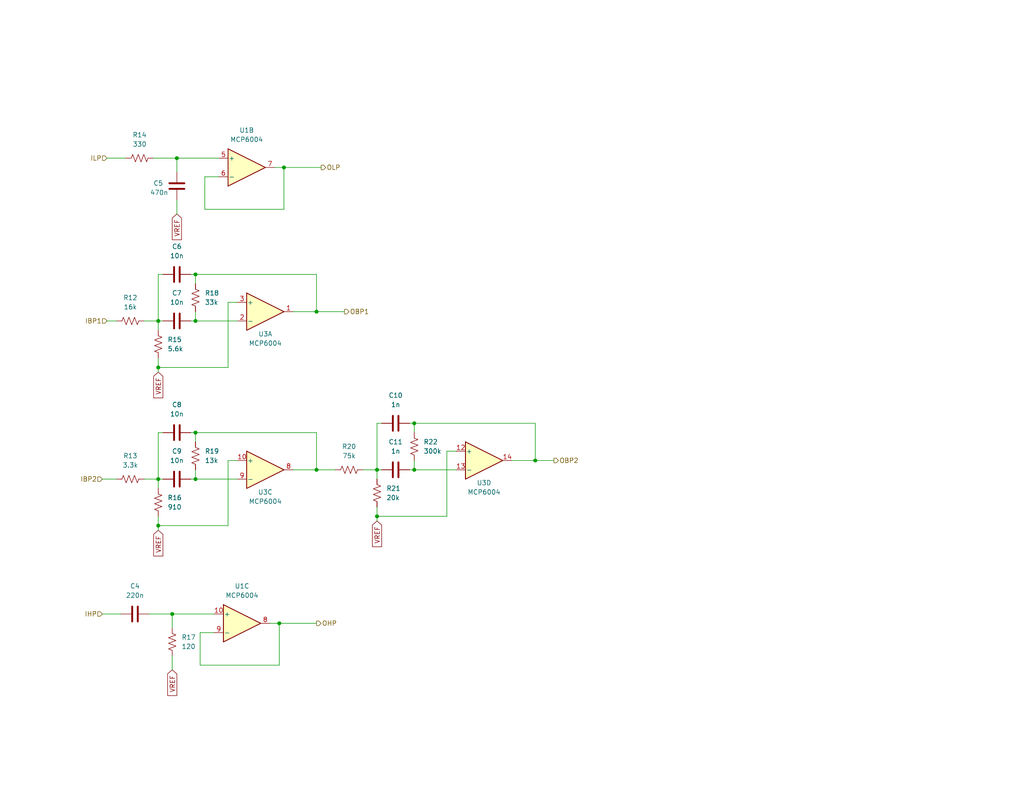
<source format=kicad_sch>
(kicad_sch (version 20250114) (generator "eeschema") (generator_version "9.0")
  (paper "USLetter")
  (title_block (title "EL223FP4L1") (date "2025-05-08") (rev "1") (company "Boles & Walker") (comment 1 "LP, BP1, BP2, HP Filters"))
  (lib_symbols
    (symbol "Amplifier_Operational:MCP6004" (pin_names (offset 0.127))
      (property "Reference" "U" (at 0 5.08 0))
      (property "Value" "MCP6004" (at 0 -5.08 0))
      (symbol "MCP6004_1_1"
        (polyline (pts (xy -5.08 5.08) (xy 5.08 0) (xy -5.08 -5.08) (xy -5.08 5.08)) (stroke (width 0.254)) (fill (type background)))
        (pin input line (at -7.62 2.54 0) (length 2.54) (name "+") (number "3"))
        (pin input line (at -7.62 -2.54 0) (length 2.54) (name "-") (number "2"))
        (pin output line (at 7.62 0 180) (length 2.54) (name "~") (number "1"))
      )
      (symbol "MCP6004_2_1"
        (polyline (pts (xy -5.08 5.08) (xy 5.08 0) (xy -5.08 -5.08) (xy -5.08 5.08)) (stroke (width 0.254)) (fill (type background)))
        (pin input line (at -7.62 2.54 0) (length 2.54) (name "+") (number "5"))
        (pin input line (at -7.62 -2.54 0) (length 2.54) (name "-") (number "6"))
        (pin output line (at 7.62 0 180) (length 2.54) (name "~") (number "7"))
      )
      (symbol "MCP6004_3_1"
        (polyline (pts (xy -5.08 5.08) (xy 5.08 0) (xy -5.08 -5.08) (xy -5.08 5.08)) (stroke (width 0.254)) (fill (type background)))
        (pin input line (at -7.62 2.54 0) (length 2.54) (name "+") (number "10"))
        (pin input line (at -7.62 -2.54 0) (length 2.54) (name "-") (number "9"))
        (pin output line (at 7.62 0 180) (length 2.54) (name "~") (number "8"))
      )
      (symbol "MCP6004_4_1"
        (polyline (pts (xy -5.08 5.08) (xy 5.08 0) (xy -5.08 -5.08) (xy -5.08 5.08)) (stroke (width 0.254)) (fill (type background)))
        (pin input line (at -7.62 2.54 0) (length 2.54) (name "+") (number "12"))
        (pin input line (at -7.62 -2.54 0) (length 2.54) (name "-") (number "13"))
        (pin output line (at 7.62 0 180) (length 2.54) (name "~") (number "14"))
      )
      (symbol "MCP6004_5_1"
        (pin power_in line (at -2.54 7.62 270) (length 3.81) (name "V+") (number "4"))
        (pin power_in line (at -2.54 -7.62 90) (length 3.81) (name "V-") (number "11"))
      )
    )
    (symbol "Device:C" (pin_numbers (hide yes)) (pin_names (offset 0.254))
      (property "Reference" "C" (at 0.635 2.54 0))
      (property "Value" "C" (at 0.635 -2.54 0))
      (symbol "C_0_1"
        (polyline (pts (xy -2.032 0.762) (xy 2.032 0.762)) (stroke (width 0.508)))
        (polyline (pts (xy -2.032 -0.762) (xy 2.032 -0.762)) (stroke (width 0.508)))
      )
      (symbol "C_1_1"
        (pin passive line (at 0 3.81 270) (length 2.794) (name "~") (number "1"))
        (pin passive line (at 0 -3.81 90) (length 2.794) (name "~") (number "2"))
      )
    )
    (symbol "Device:R_US" (pin_numbers (hide yes)) (pin_names (offset 0))
      (property "Reference" "R" (at 2.54 0 90))
      (property "Value" "R_US" (at -2.54 0 90))
      (symbol "R_US_0_1"
        (polyline (pts (xy 0 2.286) (xy 0 2.54)))
        (polyline (pts (xy 0 2.286) (xy 1.016 1.905) (xy 0 1.524) (xy -1.016 1.143) (xy 0 0.762)))
        (polyline (pts (xy 0 0.762) (xy 1.016 0.381) (xy 0 0) (xy -1.016 -0.381) (xy 0 -0.762)))
        (polyline (pts (xy 0 -0.762) (xy 1.016 -1.143) (xy 0 -1.524) (xy -1.016 -1.905) (xy 0 -2.286)))
        (polyline (pts (xy 0 -2.286) (xy 0 -2.54)))
      )
      (symbol "R_US_1_1"
        (pin passive line (at 0 3.81 270) (length 1.27) (name "~") (number "1"))
        (pin passive line (at 0 -3.81 90) (length 1.27) (name "~") (number "2"))
      )
    )
  )
  (junction (at 102.87 140.97))
  (junction (at 53.34 74.93))
  (junction (at 146.05 125.73))
  (junction (at 86.36 128.27))
  (junction (at 53.34 130.81))
  (junction (at 43.18 130.81))
  (junction (at 113.03 115.57))
  (junction (at 53.34 118.11))
  (junction (at 53.34 87.63))
  (junction (at 102.87 128.27))
  (junction (at 113.03 128.27))
  (junction (at 48.26 43.18))
  (junction (at 46.99 167.64))
  (junction (at 76.2 170.18))
  (junction (at 43.18 100.33))
  (junction (at 43.18 87.63))
  (junction (at 77.47 45.72))
  (junction (at 86.36 85.09))
  (junction (at 43.18 143.51))
  (wire (pts (xy 86.36 128.27) (xy 91.44 128.27)))
  (wire (pts (xy 102.87 128.27) (xy 104.14 128.27)))
  (wire (pts (xy 53.34 120.65) (xy 53.34 118.11)))
  (wire (pts (xy 146.05 125.73) (xy 151.13 125.73)))
  (wire (pts (xy 111.76 128.27) (xy 113.03 128.27)))
  (wire (pts (xy 77.47 57.15) (xy 77.47 45.72)))
  (wire (pts (xy 53.34 77.47) (xy 53.34 74.93)))
  (wire (pts (xy 43.18 140.97) (xy 43.18 143.51)))
  (wire (pts (xy 43.18 74.93) (xy 43.18 87.63)))
  (wire (pts (xy 48.26 46.99) (xy 48.26 43.18)))
  (wire (pts (xy 54.61 172.72) (xy 54.61 181.61)))
  (wire (pts (xy 113.03 125.73) (xy 113.03 128.27)))
  (wire (pts (xy 121.92 123.19) (xy 121.92 140.97)))
  (wire (pts (xy 39.37 87.63) (xy 43.18 87.63)))
  (wire (pts (xy 55.88 57.15) (xy 77.47 57.15)))
  (wire (pts (xy 40.64 167.64) (xy 46.99 167.64)))
  (wire (pts (xy 86.36 85.09) (xy 93.98 85.09)))
  (wire (pts (xy 29.21 43.18) (xy 34.29 43.18)))
  (wire (pts (xy 52.07 87.63) (xy 53.34 87.63)))
  (wire (pts (xy 53.34 74.93) (xy 86.36 74.93)))
  (wire (pts (xy 102.87 115.57) (xy 102.87 128.27)))
  (wire (pts (xy 53.34 118.11) (xy 52.07 118.11)))
  (wire (pts (xy 104.14 115.57) (xy 102.87 115.57)))
  (wire (pts (xy 53.34 74.93) (xy 52.07 74.93)))
  (wire (pts (xy 102.87 138.43) (xy 102.87 140.97)))
  (wire (pts (xy 102.87 130.81) (xy 102.87 128.27)))
  (wire (pts (xy 43.18 90.17) (xy 43.18 87.63)))
  (wire (pts (xy 102.87 140.97) (xy 102.87 142.24)))
  (wire (pts (xy 43.18 100.33) (xy 43.18 101.6)))
  (wire (pts (xy 53.34 85.09) (xy 53.34 87.63)))
  (wire (pts (xy 86.36 128.27) (xy 86.36 118.11)))
  (wire (pts (xy 43.18 133.35) (xy 43.18 130.81)))
  (wire (pts (xy 53.34 118.11) (xy 86.36 118.11)))
  (wire (pts (xy 62.23 125.73) (xy 62.23 143.51)))
  (wire (pts (xy 113.03 115.57) (xy 111.76 115.57)))
  (wire (pts (xy 27.94 167.64) (xy 33.02 167.64)))
  (wire (pts (xy 64.77 82.55) (xy 62.23 82.55)))
  (wire (pts (xy 55.88 48.26) (xy 55.88 57.15)))
  (wire (pts (xy 43.18 97.79) (xy 43.18 100.33)))
  (wire (pts (xy 77.47 45.72) (xy 74.93 45.72)))
  (wire (pts (xy 53.34 128.27) (xy 53.34 130.81)))
  (wire (pts (xy 80.01 85.09) (xy 86.36 85.09)))
  (wire (pts (xy 76.2 181.61) (xy 76.2 170.18)))
  (wire (pts (xy 54.61 181.61) (xy 76.2 181.61)))
  (wire (pts (xy 77.47 45.72) (xy 87.63 45.72)))
  (wire (pts (xy 44.45 118.11) (xy 43.18 118.11)))
  (wire (pts (xy 113.03 128.27) (xy 124.46 128.27)))
  (wire (pts (xy 58.42 172.72) (xy 54.61 172.72)))
  (wire (pts (xy 48.26 43.18) (xy 59.69 43.18)))
  (wire (pts (xy 53.34 130.81) (xy 64.77 130.81)))
  (wire (pts (xy 43.18 87.63) (xy 44.45 87.63)))
  (wire (pts (xy 43.18 130.81) (xy 44.45 130.81)))
  (wire (pts (xy 44.45 74.93) (xy 43.18 74.93)))
  (wire (pts (xy 39.37 130.81) (xy 43.18 130.81)))
  (wire (pts (xy 46.99 167.64) (xy 58.42 167.64)))
  (wire (pts (xy 48.26 54.61) (xy 48.26 58.42)))
  (wire (pts (xy 59.69 48.26) (xy 55.88 48.26)))
  (wire (pts (xy 29.21 87.63) (xy 31.75 87.63)))
  (wire (pts (xy 113.03 118.11) (xy 113.03 115.57)))
  (wire (pts (xy 64.77 125.73) (xy 62.23 125.73)))
  (wire (pts (xy 27.94 130.81) (xy 31.75 130.81)))
  (wire (pts (xy 76.2 170.18) (xy 73.66 170.18)))
  (wire (pts (xy 113.03 115.57) (xy 146.05 115.57)))
  (wire (pts (xy 43.18 143.51) (xy 43.18 144.78)))
  (wire (pts (xy 146.05 125.73) (xy 146.05 115.57)))
  (wire (pts (xy 121.92 140.97) (xy 102.87 140.97)))
  (wire (pts (xy 62.23 100.33) (xy 43.18 100.33)))
  (wire (pts (xy 46.99 171.45) (xy 46.99 167.64)))
  (wire (pts (xy 46.99 179.07) (xy 46.99 182.88)))
  (wire (pts (xy 80.01 128.27) (xy 86.36 128.27)))
  (wire (pts (xy 99.06 128.27) (xy 102.87 128.27)))
  (wire (pts (xy 52.07 130.81) (xy 53.34 130.81)))
  (wire (pts (xy 41.91 43.18) (xy 48.26 43.18)))
  (wire (pts (xy 62.23 143.51) (xy 43.18 143.51)))
  (wire (pts (xy 43.18 118.11) (xy 43.18 130.81)))
  (wire (pts (xy 86.36 85.09) (xy 86.36 74.93)))
  (wire (pts (xy 76.2 170.18) (xy 86.36 170.18)))
  (wire (pts (xy 53.34 87.63) (xy 64.77 87.63)))
  (wire (pts (xy 62.23 82.55) (xy 62.23 100.33)))
  (wire (pts (xy 139.7 125.73) (xy 146.05 125.73)))
  (wire (pts (xy 124.46 123.19) (xy 121.92 123.19)))
  (global_label "VREF" (shape input) (at 48.26 58.42 270) (property "Intersheetrefs" "${INTERSHEET_REFS}" (effects (hide yes))))
  (global_label "VREF" (shape input) (at 43.18 144.78 270) (property "Intersheetrefs" "${INTERSHEET_REFS}" (effects (hide yes))))
  (global_label "VREF" (shape input) (at 102.87 142.24 270) (property "Intersheetrefs" "${INTERSHEET_REFS}" (effects (hide yes))))
  (global_label "VREF" (shape input) (at 43.18 101.6 270) (property "Intersheetrefs" "${INTERSHEET_REFS}" (effects (hide yes))))
  (global_label "VREF" (shape input) (at 46.99 182.88 270) (property "Intersheetrefs" "${INTERSHEET_REFS}" (effects (hide yes))))
  (hierarchical_label "OHP" (shape output) (at 86.36 170.18 0))
  (hierarchical_label "OLP" (shape output) (at 87.63 45.72 0))
  (hierarchical_label "IHP" (shape input) (at 27.94 167.64 180))
  (hierarchical_label "IBP2" (shape input) (at 27.94 130.81 180))
  (hierarchical_label "ILP" (shape input) (at 29.21 43.18 180))
  (hierarchical_label "OBP2" (shape output) (at 151.13 125.73 0))
  (hierarchical_label "OBP1" (shape output) (at 93.98 85.09 0))
  (hierarchical_label "IBP1" (shape input) (at 29.21 87.63 180))
  (symbol (lib_id "Device:R_US") (at 38.1 43.18 90) (unit 1)
    (property "Reference" "R14" (at 38.1 36.83 90))
    (property "Value" "330" (at 38.1 39.37 90))
    (property "Footprint" "Resistor_SMD:R_0805_2012Metric_Pad1.20x1.40mm_HandSolder" (effects (hide yes)))
    (property "Description" "Resistor, US symbol" (effects (hide yes)))
  )
  (symbol (lib_id "Device:C") (at 48.26 118.11 90) (unit 1)
    (property "Reference" "C8" (at 48.26 110.49 90))
    (property "Value" "10n" (at 48.26 113.03 90))
    (property "Footprint" "Capacitor_SMD:C_0805_2012Metric_Pad1.18x1.45mm_HandSolder" (effects (hide yes)))
    (property "Description" "Unpolarized capacitor" (effects (hide yes)))
  )
  (symbol (lib_id "Device:R_US") (at 35.56 87.63 90) (unit 1)
    (property "Reference" "R12" (at 35.56 81.28 90))
    (property "Value" "16k" (at 35.56 83.82 90))
    (property "Footprint" "Resistor_SMD:R_0805_2012Metric_Pad1.20x1.40mm_HandSolder" (effects (hide yes)))
    (property "Description" "Resistor, US symbol" (effects (hide yes)))
  )
  (symbol (lib_id "Device:R_US") (at 102.87 134.62 180) (unit 1)
    (property "Reference" "R21" (at 105.41 133.3499 0) (effects (justify right)))
    (property "Value" "20k" (at 105.41 135.8899 0) (effects (justify right)))
    (property "Footprint" "Resistor_SMD:R_0805_2012Metric_Pad1.20x1.40mm_HandSolder" (effects (hide yes)))
    (property "Description" "Resistor, US symbol" (effects (hide yes)))
  )
  (symbol (lib_id "Device:C") (at 48.26 87.63 90) (unit 1)
    (property "Reference" "C7" (at 48.26 80.01 90))
    (property "Value" "10n" (at 48.26 82.55 90))
    (property "Footprint" "Capacitor_SMD:C_0805_2012Metric_Pad1.18x1.45mm_HandSolder" (effects (hide yes)))
    (property "Description" "Unpolarized capacitor" (effects (hide yes)))
  )
  (symbol (lib_id "Device:R_US") (at 53.34 124.46 180) (unit 1)
    (property "Reference" "R19" (at 55.88 123.1899 0) (effects (justify right)))
    (property "Value" "13k" (at 55.88 125.7299 0) (effects (justify right)))
    (property "Footprint" "Resistor_SMD:R_0805_2012Metric_Pad1.20x1.40mm_HandSolder" (effects (hide yes)))
    (property "Description" "Resistor, US symbol" (effects (hide yes)))
  )
  (symbol (lib_id "Device:R_US") (at 46.99 175.26 180) (unit 1)
    (property "Reference" "R17" (at 49.53 173.9899 0) (effects (justify right)))
    (property "Value" "120" (at 49.53 176.5299 0) (effects (justify right)))
    (property "Footprint" "Resistor_SMD:R_0805_2012Metric_Pad1.20x1.40mm_HandSolder" (effects (hide yes)))
    (property "Description" "Resistor, US symbol" (effects (hide yes)))
  )
  (symbol (lib_id "Device:C") (at 107.95 128.27 90) (unit 1)
    (property "Reference" "C11" (at 107.95 120.65 90))
    (property "Value" "1n" (at 107.95 123.19 90))
    (property "Footprint" "Capacitor_SMD:C_0805_2012Metric_Pad1.18x1.45mm_HandSolder" (effects (hide yes)))
    (property "Description" "Unpolarized capacitor" (effects (hide yes)))
  )
  (symbol (lib_id "Device:R_US") (at 95.25 128.27 90) (unit 1)
    (property "Reference" "R20" (at 95.25 121.92 90))
    (property "Value" "75k" (at 95.25 124.46 90))
    (property "Footprint" "Resistor_SMD:R_0805_2012Metric_Pad1.20x1.40mm_HandSolder" (effects (hide yes)))
    (property "Description" "Resistor, US symbol" (effects (hide yes)))
  )
  (symbol (lib_id "Amplifier_Operational:MCP6004") (at 66.04 170.18 0) (unit 3)
    (property "Reference" "U1" (at 66.04 160.02 0))
    (property "Value" "MCP6004" (at 66.04 162.56 0))
    (property "Footprint" "Package_SO:SOIC-14_3.9x8.7mm_P1.27mm" (effects (hide yes)))
    (property "Datasheet" "https://ww1.microchip.com/downloads/aemDocuments/documents/MSLD/ProductDocuments/DataSheets/MCP6001-1R-1U-2-4-1-MHz-Low-Power-Op-Amp-DS20001733L.pdf" (effects (hide yes)))
    (property "Description" "1MHz, Low-Power Op Amp, DIP-14/SOIC-14/TSSOP-14" (effects (hide yes)))
    (property "Sim.Library" "MCP6001.lib" (effects (hide yes)))
    (property "Sim.Name" "MCP6004" (effects (hide yes)))
    (property "Sim.Device" "SUBCKT" (effects (hide yes)))
    (property "Sim.Pins" "1=OUTA 2=A- 3=A+ 4=VDD 5=B+ 6=B- 7=OUTB 8=OUTC 9=C- 10=C+ 11=VSS 12=D+ 13=D- 14=OUTD" (effects (hide yes)))
    (property "Part" "MCP6004-I/SL" (effects (hide yes)))
  )
  (symbol (lib_id "Device:R_US") (at 113.03 121.92 180) (unit 1)
    (property "Reference" "R22" (at 115.57 120.6499 0) (effects (justify right)))
    (property "Value" "300k" (at 115.57 123.1899 0) (effects (justify right)))
    (property "Footprint" "Resistor_SMD:R_0805_2012Metric_Pad1.20x1.40mm_HandSolder" (effects (hide yes)))
    (property "Description" "Resistor, US symbol" (effects (hide yes)))
  )
  (symbol (lib_id "Device:C") (at 48.26 50.8 180) (unit 1)
    (property "Reference" "C5" (at 43.18 50.038 0))
    (property "Value" "470n" (at 43.434 52.578 0))
    (property "Footprint" "Capacitor_SMD:C_0805_2012Metric_Pad1.18x1.45mm_HandSolder" (effects (hide yes)))
    (property "Description" "Unpolarized capacitor" (effects (hide yes)))
  )
  (symbol (lib_id "Device:C") (at 48.26 130.81 90) (unit 1)
    (property "Reference" "C9" (at 48.26 123.19 90))
    (property "Value" "10n" (at 48.26 125.73 90))
    (property "Footprint" "Capacitor_SMD:C_0805_2012Metric_Pad1.18x1.45mm_HandSolder" (effects (hide yes)))
    (property "Description" "Unpolarized capacitor" (effects (hide yes)))
  )
  (symbol (lib_id "Amplifier_Operational:MCP6004") (at 72.39 128.27 0) (unit 3)
    (property "Reference" "U3" (at 72.39 134.366 0))
    (property "Value" "MCP6004" (at 72.39 136.906 0))
    (property "Footprint" "Package_SO:SOIC-14_3.9x8.7mm_P1.27mm" (effects (hide yes)))
    (property "Datasheet" "https://ww1.microchip.com/downloads/aemDocuments/documents/MSLD/ProductDocuments/DataSheets/MCP6001-1R-1U-2-4-1-MHz-Low-Power-Op-Amp-DS20001733L.pdf" (effects (hide yes)))
    (property "Description" "1MHz, Low-Power Op Amp, DIP-14/SOIC-14/TSSOP-14" (effects (hide yes)))
    (property "Sim.Library" "MCP6001.lib" (effects (hide yes)))
    (property "Sim.Name" "MCP6004" (effects (hide yes)))
    (property "Sim.Device" "SUBCKT" (effects (hide yes)))
    (property "Sim.Pins" "1=OUTA 2=A- 3=A+ 4=VDD 5=B+ 6=B- 7=OUTB 8=OUTC 9=C- 10=C+ 11=VSS 12=D+ 13=D- 14=OUTD" (effects (hide yes)))
    (property "Part" "MCP6004-I/SL" (effects (hide yes)))
  )
  (symbol (lib_id "Device:R_US") (at 43.18 137.16 180) (unit 1)
    (property "Reference" "R16" (at 45.72 135.8899 0) (effects (justify right)))
    (property "Value" "910" (at 45.72 138.4299 0) (effects (justify right)))
    (property "Footprint" "Resistor_SMD:R_0805_2012Metric_Pad1.20x1.40mm_HandSolder" (effects (hide yes)))
    (property "Description" "Resistor, US symbol" (effects (hide yes)))
  )
  (symbol (lib_id "Amplifier_Operational:MCP6004") (at 67.31 45.72 0) (unit 2)
    (property "Reference" "U1" (at 67.31 35.56 0))
    (property "Value" "MCP6004" (at 67.31 38.1 0))
    (property "Footprint" "Package_SO:SOIC-14_3.9x8.7mm_P1.27mm" (effects (hide yes)))
    (property "Datasheet" "https://ww1.microchip.com/downloads/aemDocuments/documents/MSLD/ProductDocuments/DataSheets/MCP6001-1R-1U-2-4-1-MHz-Low-Power-Op-Amp-DS20001733L.pdf" (effects (hide yes)))
    (property "Description" "1MHz, Low-Power Op Amp, DIP-14/SOIC-14/TSSOP-14" (effects (hide yes)))
    (property "Sim.Library" "MCP6001.lib" (effects (hide yes)))
    (property "Sim.Name" "MCP6004" (effects (hide yes)))
    (property "Sim.Device" "SUBCKT" (effects (hide yes)))
    (property "Sim.Pins" "1=OUTA 2=A- 3=A+ 4=VDD 5=B+ 6=B- 7=OUTB 8=OUTC 9=C- 10=C+ 11=VSS 12=D+ 13=D- 14=OUTD" (effects (hide yes)))
    (property "Part" "MCP6004-I/SL" (effects (hide yes)))
  )
  (symbol (lib_id "Amplifier_Operational:MCP6004") (at 72.39 85.09 0) (unit 1)
    (property "Reference" "U3" (at 72.39 91.186 0))
    (property "Value" "MCP6004" (at 72.39 93.726 0))
    (property "Footprint" "Package_SO:SOIC-14_3.9x8.7mm_P1.27mm" (effects (hide yes)))
    (property "Datasheet" "https://ww1.microchip.com/downloads/aemDocuments/documents/MSLD/ProductDocuments/DataSheets/MCP6001-1R-1U-2-4-1-MHz-Low-Power-Op-Amp-DS20001733L.pdf" (effects (hide yes)))
    (property "Description" "1MHz, Low-Power Op Amp, DIP-14/SOIC-14/TSSOP-14" (effects (hide yes)))
    (property "Sim.Library" "MCP6001.lib" (effects (hide yes)))
    (property "Sim.Name" "MCP6004" (effects (hide yes)))
    (property "Sim.Device" "SUBCKT" (effects (hide yes)))
    (property "Sim.Pins" "1=OUTA 2=A- 3=A+ 4=VDD 5=B+ 6=B- 7=OUTB 8=OUTC 9=C- 10=C+ 11=VSS 12=D+ 13=D- 14=OUTD" (effects (hide yes)))
    (property "Part" "MCP6004-I/SL" (effects (hide yes)))
  )
  (symbol (lib_id "Device:C") (at 36.83 167.64 90) (unit 1)
    (property "Reference" "C4" (at 36.83 160.02 90))
    (property "Value" "220n" (at 36.83 162.56 90))
    (property "Footprint" "Capacitor_SMD:C_0805_2012Metric_Pad1.18x1.45mm_HandSolder" (effects (hide yes)))
    (property "Description" "Unpolarized capacitor" (effects (hide yes)))
  )
  (symbol (lib_id "Device:R_US") (at 35.56 130.81 90) (unit 1)
    (property "Reference" "R13" (at 35.56 124.46 90))
    (property "Value" "3.3k" (at 35.56 127 90))
    (property "Footprint" "Resistor_SMD:R_0805_2012Metric_Pad1.20x1.40mm_HandSolder" (effects (hide yes)))
    (property "Description" "Resistor, US symbol" (effects (hide yes)))
  )
  (symbol (lib_id "Device:R_US") (at 53.34 81.28 180) (unit 1)
    (property "Reference" "R18" (at 55.88 80.0099 0) (effects (justify right)))
    (property "Value" "33k" (at 55.88 82.5499 0) (effects (justify right)))
    (property "Footprint" "Resistor_SMD:R_0805_2012Metric_Pad1.20x1.40mm_HandSolder" (effects (hide yes)))
    (property "Description" "Resistor, US symbol" (effects (hide yes)))
  )
  (symbol (lib_id "Device:R_US") (at 43.18 93.98 180) (unit 1)
    (property "Reference" "R15" (at 45.72 92.7099 0) (effects (justify right)))
    (property "Value" "5.6k" (at 45.72 95.2499 0) (effects (justify right)))
    (property "Footprint" "Resistor_SMD:R_0805_2012Metric_Pad1.20x1.40mm_HandSolder" (effects (hide yes)))
    (property "Description" "Resistor, US symbol" (effects (hide yes)))
  )
  (symbol (lib_id "Device:C") (at 48.26 74.93 90) (unit 1)
    (property "Reference" "C6" (at 48.26 67.31 90))
    (property "Value" "10n" (at 48.26 69.85 90))
    (property "Footprint" "Capacitor_SMD:C_0805_2012Metric_Pad1.18x1.45mm_HandSolder" (effects (hide yes)))
    (property "Description" "Unpolarized capacitor" (effects (hide yes)))
  )
  (symbol (lib_id "Device:C") (at 107.95 115.57 90) (unit 1)
    (property "Reference" "C10" (at 107.95 107.95 90))
    (property "Value" "1n" (at 107.95 110.49 90))
    (property "Footprint" "Capacitor_SMD:C_0805_2012Metric_Pad1.18x1.45mm_HandSolder" (effects (hide yes)))
    (property "Description" "Unpolarized capacitor" (effects (hide yes)))
  )
  (symbol (lib_id "Amplifier_Operational:MCP6004") (at 132.08 125.73 0) (unit 4)
    (property "Reference" "U3" (at 132.08 131.826 0))
    (property "Value" "MCP6004" (at 132.08 134.366 0))
    (property "Footprint" "Package_SO:SOIC-14_3.9x8.7mm_P1.27mm" (effects (hide yes)))
    (property "Datasheet" "https://ww1.microchip.com/downloads/aemDocuments/documents/MSLD/ProductDocuments/DataSheets/MCP6001-1R-1U-2-4-1-MHz-Low-Power-Op-Amp-DS20001733L.pdf" (effects (hide yes)))
    (property "Description" "1MHz, Low-Power Op Amp, DIP-14/SOIC-14/TSSOP-14" (effects (hide yes)))
    (property "Sim.Library" "MCP6001.lib" (effects (hide yes)))
    (property "Sim.Name" "MCP6004" (effects (hide yes)))
    (property "Sim.Device" "SUBCKT" (effects (hide yes)))
    (property "Sim.Pins" "1=OUTA 2=A- 3=A+ 4=VDD 5=B+ 6=B- 7=OUTB 8=OUTC 9=C- 10=C+ 11=VSS 12=D+ 13=D- 14=OUTD" (effects (hide yes)))
    (property "Part" "MCP6004-I/SL" (effects (hide yes)))
  )
)
</source>
